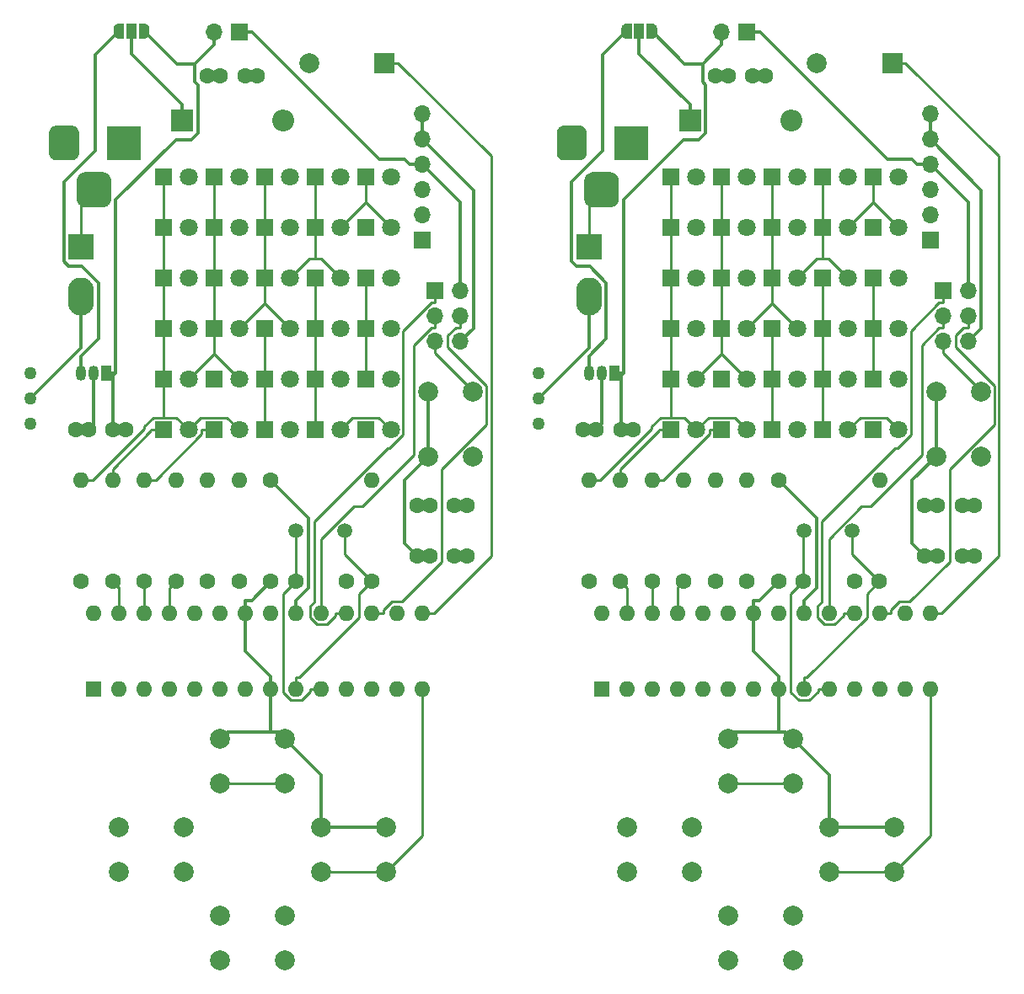
<source format=gtl>
G04 #@! TF.GenerationSoftware,KiCad,Pcbnew,(5.1.5)-3*
G04 #@! TF.CreationDate,2020-08-24T21:46:46+02:00*
G04 #@! TF.ProjectId,Panel-Snake_game,50616e65-6c2d-4536-9e61-6b655f67616d,v3.1*
G04 #@! TF.SameCoordinates,Original*
G04 #@! TF.FileFunction,Copper,L1,Top*
G04 #@! TF.FilePolarity,Positive*
%FSLAX46Y46*%
G04 Gerber Fmt 4.6, Leading zero omitted, Abs format (unit mm)*
G04 Created by KiCad (PCBNEW (5.1.5)-3) date 2020-08-24 21:46:46*
%MOMM*%
%LPD*%
G04 APERTURE LIST*
%ADD10R,1.700000X1.700000*%
%ADD11O,1.700000X1.700000*%
%ADD12R,1.800000X1.800000*%
%ADD13C,1.800000*%
%ADD14C,2.000000*%
%ADD15C,1.600000*%
%ADD16R,1.600000X1.600000*%
%ADD17O,1.600000X1.600000*%
%ADD18R,2.200000X2.200000*%
%ADD19O,2.200000X2.200000*%
%ADD20C,0.100000*%
%ADD21R,3.500000X3.500000*%
%ADD22R,2.000000X2.000000*%
%ADD23R,1.050000X1.500000*%
%ADD24O,1.050000X1.500000*%
%ADD25R,1.000000X1.500000*%
%ADD26O,2.600000X3.819200*%
%ADD27R,2.600000X2.600000*%
%ADD28C,1.500000*%
%ADD29C,1.270000*%
%ADD30C,0.300000*%
%ADD31C,0.250000*%
G04 APERTURE END LIST*
D10*
X187910000Y-68515000D03*
D11*
X190450000Y-68515000D03*
X187910000Y-71055000D03*
X190450000Y-71055000D03*
X187910000Y-73595000D03*
X190450000Y-73595000D03*
D12*
X170765000Y-67245000D03*
D13*
X173305000Y-67245000D03*
D12*
X160605000Y-62165000D03*
D13*
X163145000Y-62165000D03*
D12*
X170765000Y-62165000D03*
D13*
X173305000Y-62165000D03*
D12*
X180925000Y-62165000D03*
D13*
X183465000Y-62165000D03*
D14*
X187220000Y-78675000D03*
X191720000Y-78675000D03*
X187220000Y-85175000D03*
X191720000Y-85175000D03*
D10*
X168225000Y-42480000D03*
D11*
X165685000Y-42480000D03*
D15*
X173900000Y-97725000D03*
X171400000Y-97725000D03*
D12*
X160605000Y-57085000D03*
D13*
X163145000Y-57085000D03*
D12*
X165685000Y-57085000D03*
D13*
X168225000Y-57085000D03*
D12*
X170765000Y-57085000D03*
D13*
X173305000Y-57085000D03*
D12*
X180925000Y-57085000D03*
D13*
X183465000Y-57085000D03*
D12*
X175845000Y-62165000D03*
D13*
X178385000Y-62165000D03*
D12*
X175845000Y-57085000D03*
D13*
X178385000Y-57085000D03*
D12*
X175845000Y-67245000D03*
D13*
X178385000Y-67245000D03*
D12*
X180925000Y-67245000D03*
D13*
X183465000Y-67245000D03*
D12*
X165685000Y-62165000D03*
D13*
X168225000Y-62165000D03*
D16*
X153620000Y-108520000D03*
D17*
X186640000Y-100900000D03*
X156160000Y-108520000D03*
X184100000Y-100900000D03*
X158700000Y-108520000D03*
X181560000Y-100900000D03*
X161240000Y-108520000D03*
X179020000Y-100900000D03*
X163780000Y-108520000D03*
X176480000Y-100900000D03*
X166320000Y-108520000D03*
X173940000Y-100900000D03*
X168860000Y-108520000D03*
X171400000Y-100900000D03*
X171400000Y-108520000D03*
X168860000Y-100900000D03*
X173940000Y-108520000D03*
X166320000Y-100900000D03*
X176480000Y-108520000D03*
X163780000Y-100900000D03*
X179020000Y-108520000D03*
X161240000Y-100900000D03*
X181560000Y-108520000D03*
X158700000Y-100900000D03*
X184100000Y-108520000D03*
X156160000Y-100900000D03*
X186640000Y-108520000D03*
X153620000Y-100900000D03*
D15*
X189835000Y-90105000D03*
X187335000Y-90105000D03*
X191085000Y-90105000D03*
X186085000Y-90105000D03*
D14*
X156160000Y-122435000D03*
X156160000Y-126935000D03*
X162660000Y-122435000D03*
X162660000Y-126935000D03*
X166320000Y-131325000D03*
X166320000Y-135825000D03*
X172820000Y-131325000D03*
X172820000Y-135825000D03*
X166320000Y-113545000D03*
X166320000Y-118045000D03*
X172820000Y-113545000D03*
X172820000Y-118045000D03*
D18*
X162510000Y-51370000D03*
D19*
X172670000Y-51370000D03*
D15*
X165050000Y-97725000D03*
D17*
X165050000Y-87565000D03*
D15*
X161875000Y-97725000D03*
D17*
X161875000Y-87565000D03*
D15*
X189835000Y-95185000D03*
X187335000Y-95185000D03*
X191085000Y-95185000D03*
X186085000Y-95185000D03*
X152350000Y-97725000D03*
D17*
X152350000Y-87565000D03*
D15*
X155545000Y-82485000D03*
X153045000Y-82485000D03*
X156795000Y-82485000D03*
X151795000Y-82485000D03*
X155525000Y-97725000D03*
D17*
X155525000Y-87565000D03*
D15*
X166300000Y-46925000D03*
X168800000Y-46925000D03*
X165050000Y-46925000D03*
X170050000Y-46925000D03*
X171400000Y-87565000D03*
D17*
X181560000Y-87565000D03*
D15*
X158700000Y-97725000D03*
D17*
X158700000Y-87565000D03*
D15*
X168225000Y-97725000D03*
D17*
X168225000Y-87565000D03*
D11*
X186640000Y-50735000D03*
X186640000Y-53275000D03*
X186640000Y-55815000D03*
X186640000Y-58355000D03*
X186640000Y-60895000D03*
D10*
X186640000Y-63435000D03*
G04 #@! TA.AperFunction,ComponentPad*
D20*
G36*
X154580765Y-56609213D02*
G01*
X154665704Y-56621813D01*
X154748999Y-56642677D01*
X154829848Y-56671605D01*
X154907472Y-56708319D01*
X154981124Y-56752464D01*
X155050094Y-56803616D01*
X155113718Y-56861282D01*
X155171384Y-56924906D01*
X155222536Y-56993876D01*
X155266681Y-57067528D01*
X155303395Y-57145152D01*
X155332323Y-57226001D01*
X155353187Y-57309296D01*
X155365787Y-57394235D01*
X155370000Y-57480000D01*
X155370000Y-59230000D01*
X155365787Y-59315765D01*
X155353187Y-59400704D01*
X155332323Y-59483999D01*
X155303395Y-59564848D01*
X155266681Y-59642472D01*
X155222536Y-59716124D01*
X155171384Y-59785094D01*
X155113718Y-59848718D01*
X155050094Y-59906384D01*
X154981124Y-59957536D01*
X154907472Y-60001681D01*
X154829848Y-60038395D01*
X154748999Y-60067323D01*
X154665704Y-60088187D01*
X154580765Y-60100787D01*
X154495000Y-60105000D01*
X152745000Y-60105000D01*
X152659235Y-60100787D01*
X152574296Y-60088187D01*
X152491001Y-60067323D01*
X152410152Y-60038395D01*
X152332528Y-60001681D01*
X152258876Y-59957536D01*
X152189906Y-59906384D01*
X152126282Y-59848718D01*
X152068616Y-59785094D01*
X152017464Y-59716124D01*
X151973319Y-59642472D01*
X151936605Y-59564848D01*
X151907677Y-59483999D01*
X151886813Y-59400704D01*
X151874213Y-59315765D01*
X151870000Y-59230000D01*
X151870000Y-57480000D01*
X151874213Y-57394235D01*
X151886813Y-57309296D01*
X151907677Y-57226001D01*
X151936605Y-57145152D01*
X151973319Y-57067528D01*
X152017464Y-56993876D01*
X152068616Y-56924906D01*
X152126282Y-56861282D01*
X152189906Y-56803616D01*
X152258876Y-56752464D01*
X152332528Y-56708319D01*
X152410152Y-56671605D01*
X152491001Y-56642677D01*
X152574296Y-56621813D01*
X152659235Y-56609213D01*
X152745000Y-56605000D01*
X154495000Y-56605000D01*
X154580765Y-56609213D01*
G37*
G04 #@! TD.AperFunction*
G04 #@! TA.AperFunction,ComponentPad*
G36*
X151443513Y-51908611D02*
G01*
X151516318Y-51919411D01*
X151587714Y-51937295D01*
X151657013Y-51962090D01*
X151723548Y-51993559D01*
X151786678Y-52031398D01*
X151845795Y-52075242D01*
X151900330Y-52124670D01*
X151949758Y-52179205D01*
X151993602Y-52238322D01*
X152031441Y-52301452D01*
X152062910Y-52367987D01*
X152087705Y-52437286D01*
X152105589Y-52508682D01*
X152116389Y-52581487D01*
X152120000Y-52655000D01*
X152120000Y-54655000D01*
X152116389Y-54728513D01*
X152105589Y-54801318D01*
X152087705Y-54872714D01*
X152062910Y-54942013D01*
X152031441Y-55008548D01*
X151993602Y-55071678D01*
X151949758Y-55130795D01*
X151900330Y-55185330D01*
X151845795Y-55234758D01*
X151786678Y-55278602D01*
X151723548Y-55316441D01*
X151657013Y-55347910D01*
X151587714Y-55372705D01*
X151516318Y-55390589D01*
X151443513Y-55401389D01*
X151370000Y-55405000D01*
X149870000Y-55405000D01*
X149796487Y-55401389D01*
X149723682Y-55390589D01*
X149652286Y-55372705D01*
X149582987Y-55347910D01*
X149516452Y-55316441D01*
X149453322Y-55278602D01*
X149394205Y-55234758D01*
X149339670Y-55185330D01*
X149290242Y-55130795D01*
X149246398Y-55071678D01*
X149208559Y-55008548D01*
X149177090Y-54942013D01*
X149152295Y-54872714D01*
X149134411Y-54801318D01*
X149123611Y-54728513D01*
X149120000Y-54655000D01*
X149120000Y-52655000D01*
X149123611Y-52581487D01*
X149134411Y-52508682D01*
X149152295Y-52437286D01*
X149177090Y-52367987D01*
X149208559Y-52301452D01*
X149246398Y-52238322D01*
X149290242Y-52179205D01*
X149339670Y-52124670D01*
X149394205Y-52075242D01*
X149453322Y-52031398D01*
X149516452Y-51993559D01*
X149582987Y-51962090D01*
X149652286Y-51937295D01*
X149723682Y-51919411D01*
X149796487Y-51908611D01*
X149870000Y-51905000D01*
X151370000Y-51905000D01*
X151443513Y-51908611D01*
G37*
G04 #@! TD.AperFunction*
D21*
X156620000Y-53655000D03*
D22*
X182830000Y-45655000D03*
D14*
X175230000Y-45655000D03*
D23*
X154890000Y-76770000D03*
D24*
X152350000Y-76770000D03*
X153620000Y-76770000D03*
G04 #@! TA.AperFunction,SMDPad,CuDef*
D20*
G36*
X158150000Y-41675000D02*
G01*
X158700000Y-41675000D01*
X158700000Y-41675602D01*
X158724534Y-41675602D01*
X158773365Y-41680412D01*
X158821490Y-41689984D01*
X158868445Y-41704228D01*
X158913778Y-41723005D01*
X158957051Y-41746136D01*
X158997850Y-41773396D01*
X159035779Y-41804524D01*
X159070476Y-41839221D01*
X159101604Y-41877150D01*
X159128864Y-41917949D01*
X159151995Y-41961222D01*
X159170772Y-42006555D01*
X159185016Y-42053510D01*
X159194588Y-42101635D01*
X159199398Y-42150466D01*
X159199398Y-42175000D01*
X159200000Y-42175000D01*
X159200000Y-42675000D01*
X159199398Y-42675000D01*
X159199398Y-42699534D01*
X159194588Y-42748365D01*
X159185016Y-42796490D01*
X159170772Y-42843445D01*
X159151995Y-42888778D01*
X159128864Y-42932051D01*
X159101604Y-42972850D01*
X159070476Y-43010779D01*
X159035779Y-43045476D01*
X158997850Y-43076604D01*
X158957051Y-43103864D01*
X158913778Y-43126995D01*
X158868445Y-43145772D01*
X158821490Y-43160016D01*
X158773365Y-43169588D01*
X158724534Y-43174398D01*
X158700000Y-43174398D01*
X158700000Y-43175000D01*
X158150000Y-43175000D01*
X158150000Y-41675000D01*
G37*
G04 #@! TD.AperFunction*
G04 #@! TA.AperFunction,SMDPad,CuDef*
G36*
X156100000Y-43174398D02*
G01*
X156075466Y-43174398D01*
X156026635Y-43169588D01*
X155978510Y-43160016D01*
X155931555Y-43145772D01*
X155886222Y-43126995D01*
X155842949Y-43103864D01*
X155802150Y-43076604D01*
X155764221Y-43045476D01*
X155729524Y-43010779D01*
X155698396Y-42972850D01*
X155671136Y-42932051D01*
X155648005Y-42888778D01*
X155629228Y-42843445D01*
X155614984Y-42796490D01*
X155605412Y-42748365D01*
X155600602Y-42699534D01*
X155600602Y-42675000D01*
X155600000Y-42675000D01*
X155600000Y-42175000D01*
X155600602Y-42175000D01*
X155600602Y-42150466D01*
X155605412Y-42101635D01*
X155614984Y-42053510D01*
X155629228Y-42006555D01*
X155648005Y-41961222D01*
X155671136Y-41917949D01*
X155698396Y-41877150D01*
X155729524Y-41839221D01*
X155764221Y-41804524D01*
X155802150Y-41773396D01*
X155842949Y-41746136D01*
X155886222Y-41723005D01*
X155931555Y-41704228D01*
X155978510Y-41689984D01*
X156026635Y-41680412D01*
X156075466Y-41675602D01*
X156100000Y-41675602D01*
X156100000Y-41675000D01*
X156650000Y-41675000D01*
X156650000Y-43175000D01*
X156100000Y-43175000D01*
X156100000Y-43174398D01*
G37*
G04 #@! TD.AperFunction*
D25*
X157400000Y-42425000D03*
D26*
X152350000Y-69070000D03*
D27*
X152350000Y-64070000D03*
D28*
X178820000Y-92645000D03*
X173940000Y-92645000D03*
D29*
X147270000Y-79310000D03*
X147270000Y-81850000D03*
X147270000Y-76770000D03*
D15*
X181520000Y-97725000D03*
X179020000Y-97725000D03*
D12*
X175845000Y-72325000D03*
D13*
X178385000Y-72325000D03*
D12*
X165685000Y-72325000D03*
D13*
X168225000Y-72325000D03*
D14*
X176480000Y-122435000D03*
X176480000Y-126935000D03*
X182980000Y-122435000D03*
X182980000Y-126935000D03*
D12*
X160605000Y-82485000D03*
D13*
X163145000Y-82485000D03*
D12*
X170765000Y-77405000D03*
D13*
X173305000Y-77405000D03*
D12*
X160605000Y-77405000D03*
D13*
X163145000Y-77405000D03*
D12*
X160605000Y-67245000D03*
D13*
X163145000Y-67245000D03*
D12*
X165685000Y-67245000D03*
D13*
X168225000Y-67245000D03*
D12*
X180925000Y-72325000D03*
D13*
X183465000Y-72325000D03*
D12*
X175845000Y-82485000D03*
D13*
X178385000Y-82485000D03*
D12*
X170765000Y-82485000D03*
D13*
X173305000Y-82485000D03*
D12*
X165685000Y-77405000D03*
D13*
X168225000Y-77405000D03*
D12*
X180925000Y-77405000D03*
D13*
X183465000Y-77405000D03*
D12*
X160605000Y-72325000D03*
D13*
X163145000Y-72325000D03*
D12*
X170765000Y-72325000D03*
D13*
X173305000Y-72325000D03*
D12*
X165685000Y-82485000D03*
D13*
X168225000Y-82485000D03*
D12*
X175845000Y-77405000D03*
D13*
X178385000Y-77405000D03*
D12*
X180925000Y-82485000D03*
D13*
X183465000Y-82485000D03*
D24*
X102620000Y-76770000D03*
X101350000Y-76770000D03*
D23*
X103890000Y-76770000D03*
D29*
X96270000Y-76770000D03*
X96270000Y-81850000D03*
X96270000Y-79310000D03*
D27*
X101350000Y-64070000D03*
D26*
X101350000Y-69070000D03*
D21*
X105620000Y-53655000D03*
G04 #@! TA.AperFunction,ComponentPad*
D20*
G36*
X100443513Y-51908611D02*
G01*
X100516318Y-51919411D01*
X100587714Y-51937295D01*
X100657013Y-51962090D01*
X100723548Y-51993559D01*
X100786678Y-52031398D01*
X100845795Y-52075242D01*
X100900330Y-52124670D01*
X100949758Y-52179205D01*
X100993602Y-52238322D01*
X101031441Y-52301452D01*
X101062910Y-52367987D01*
X101087705Y-52437286D01*
X101105589Y-52508682D01*
X101116389Y-52581487D01*
X101120000Y-52655000D01*
X101120000Y-54655000D01*
X101116389Y-54728513D01*
X101105589Y-54801318D01*
X101087705Y-54872714D01*
X101062910Y-54942013D01*
X101031441Y-55008548D01*
X100993602Y-55071678D01*
X100949758Y-55130795D01*
X100900330Y-55185330D01*
X100845795Y-55234758D01*
X100786678Y-55278602D01*
X100723548Y-55316441D01*
X100657013Y-55347910D01*
X100587714Y-55372705D01*
X100516318Y-55390589D01*
X100443513Y-55401389D01*
X100370000Y-55405000D01*
X98870000Y-55405000D01*
X98796487Y-55401389D01*
X98723682Y-55390589D01*
X98652286Y-55372705D01*
X98582987Y-55347910D01*
X98516452Y-55316441D01*
X98453322Y-55278602D01*
X98394205Y-55234758D01*
X98339670Y-55185330D01*
X98290242Y-55130795D01*
X98246398Y-55071678D01*
X98208559Y-55008548D01*
X98177090Y-54942013D01*
X98152295Y-54872714D01*
X98134411Y-54801318D01*
X98123611Y-54728513D01*
X98120000Y-54655000D01*
X98120000Y-52655000D01*
X98123611Y-52581487D01*
X98134411Y-52508682D01*
X98152295Y-52437286D01*
X98177090Y-52367987D01*
X98208559Y-52301452D01*
X98246398Y-52238322D01*
X98290242Y-52179205D01*
X98339670Y-52124670D01*
X98394205Y-52075242D01*
X98453322Y-52031398D01*
X98516452Y-51993559D01*
X98582987Y-51962090D01*
X98652286Y-51937295D01*
X98723682Y-51919411D01*
X98796487Y-51908611D01*
X98870000Y-51905000D01*
X100370000Y-51905000D01*
X100443513Y-51908611D01*
G37*
G04 #@! TD.AperFunction*
G04 #@! TA.AperFunction,ComponentPad*
G36*
X103580765Y-56609213D02*
G01*
X103665704Y-56621813D01*
X103748999Y-56642677D01*
X103829848Y-56671605D01*
X103907472Y-56708319D01*
X103981124Y-56752464D01*
X104050094Y-56803616D01*
X104113718Y-56861282D01*
X104171384Y-56924906D01*
X104222536Y-56993876D01*
X104266681Y-57067528D01*
X104303395Y-57145152D01*
X104332323Y-57226001D01*
X104353187Y-57309296D01*
X104365787Y-57394235D01*
X104370000Y-57480000D01*
X104370000Y-59230000D01*
X104365787Y-59315765D01*
X104353187Y-59400704D01*
X104332323Y-59483999D01*
X104303395Y-59564848D01*
X104266681Y-59642472D01*
X104222536Y-59716124D01*
X104171384Y-59785094D01*
X104113718Y-59848718D01*
X104050094Y-59906384D01*
X103981124Y-59957536D01*
X103907472Y-60001681D01*
X103829848Y-60038395D01*
X103748999Y-60067323D01*
X103665704Y-60088187D01*
X103580765Y-60100787D01*
X103495000Y-60105000D01*
X101745000Y-60105000D01*
X101659235Y-60100787D01*
X101574296Y-60088187D01*
X101491001Y-60067323D01*
X101410152Y-60038395D01*
X101332528Y-60001681D01*
X101258876Y-59957536D01*
X101189906Y-59906384D01*
X101126282Y-59848718D01*
X101068616Y-59785094D01*
X101017464Y-59716124D01*
X100973319Y-59642472D01*
X100936605Y-59564848D01*
X100907677Y-59483999D01*
X100886813Y-59400704D01*
X100874213Y-59315765D01*
X100870000Y-59230000D01*
X100870000Y-57480000D01*
X100874213Y-57394235D01*
X100886813Y-57309296D01*
X100907677Y-57226001D01*
X100936605Y-57145152D01*
X100973319Y-57067528D01*
X101017464Y-56993876D01*
X101068616Y-56924906D01*
X101126282Y-56861282D01*
X101189906Y-56803616D01*
X101258876Y-56752464D01*
X101332528Y-56708319D01*
X101410152Y-56671605D01*
X101491001Y-56642677D01*
X101574296Y-56621813D01*
X101659235Y-56609213D01*
X101745000Y-56605000D01*
X103495000Y-56605000D01*
X103580765Y-56609213D01*
G37*
G04 #@! TD.AperFunction*
D25*
X106400000Y-42425000D03*
G04 #@! TA.AperFunction,SMDPad,CuDef*
D20*
G36*
X105100000Y-43174398D02*
G01*
X105075466Y-43174398D01*
X105026635Y-43169588D01*
X104978510Y-43160016D01*
X104931555Y-43145772D01*
X104886222Y-43126995D01*
X104842949Y-43103864D01*
X104802150Y-43076604D01*
X104764221Y-43045476D01*
X104729524Y-43010779D01*
X104698396Y-42972850D01*
X104671136Y-42932051D01*
X104648005Y-42888778D01*
X104629228Y-42843445D01*
X104614984Y-42796490D01*
X104605412Y-42748365D01*
X104600602Y-42699534D01*
X104600602Y-42675000D01*
X104600000Y-42675000D01*
X104600000Y-42175000D01*
X104600602Y-42175000D01*
X104600602Y-42150466D01*
X104605412Y-42101635D01*
X104614984Y-42053510D01*
X104629228Y-42006555D01*
X104648005Y-41961222D01*
X104671136Y-41917949D01*
X104698396Y-41877150D01*
X104729524Y-41839221D01*
X104764221Y-41804524D01*
X104802150Y-41773396D01*
X104842949Y-41746136D01*
X104886222Y-41723005D01*
X104931555Y-41704228D01*
X104978510Y-41689984D01*
X105026635Y-41680412D01*
X105075466Y-41675602D01*
X105100000Y-41675602D01*
X105100000Y-41675000D01*
X105650000Y-41675000D01*
X105650000Y-43175000D01*
X105100000Y-43175000D01*
X105100000Y-43174398D01*
G37*
G04 #@! TD.AperFunction*
G04 #@! TA.AperFunction,SMDPad,CuDef*
G36*
X107150000Y-41675000D02*
G01*
X107700000Y-41675000D01*
X107700000Y-41675602D01*
X107724534Y-41675602D01*
X107773365Y-41680412D01*
X107821490Y-41689984D01*
X107868445Y-41704228D01*
X107913778Y-41723005D01*
X107957051Y-41746136D01*
X107997850Y-41773396D01*
X108035779Y-41804524D01*
X108070476Y-41839221D01*
X108101604Y-41877150D01*
X108128864Y-41917949D01*
X108151995Y-41961222D01*
X108170772Y-42006555D01*
X108185016Y-42053510D01*
X108194588Y-42101635D01*
X108199398Y-42150466D01*
X108199398Y-42175000D01*
X108200000Y-42175000D01*
X108200000Y-42675000D01*
X108199398Y-42675000D01*
X108199398Y-42699534D01*
X108194588Y-42748365D01*
X108185016Y-42796490D01*
X108170772Y-42843445D01*
X108151995Y-42888778D01*
X108128864Y-42932051D01*
X108101604Y-42972850D01*
X108070476Y-43010779D01*
X108035779Y-43045476D01*
X107997850Y-43076604D01*
X107957051Y-43103864D01*
X107913778Y-43126995D01*
X107868445Y-43145772D01*
X107821490Y-43160016D01*
X107773365Y-43169588D01*
X107724534Y-43174398D01*
X107700000Y-43174398D01*
X107700000Y-43175000D01*
X107150000Y-43175000D01*
X107150000Y-41675000D01*
G37*
G04 #@! TD.AperFunction*
D28*
X122940000Y-92645000D03*
X127820000Y-92645000D03*
D14*
X124230000Y-45655000D03*
D22*
X131830000Y-45655000D03*
D15*
X128020000Y-97725000D03*
X130520000Y-97725000D03*
X120400000Y-97725000D03*
X122900000Y-97725000D03*
D11*
X139450000Y-73595000D03*
X136910000Y-73595000D03*
X139450000Y-71055000D03*
X136910000Y-71055000D03*
X139450000Y-68515000D03*
D10*
X136910000Y-68515000D03*
D11*
X114685000Y-42480000D03*
D10*
X117225000Y-42480000D03*
D14*
X140720000Y-85175000D03*
X136220000Y-85175000D03*
X140720000Y-78675000D03*
X136220000Y-78675000D03*
D17*
X102620000Y-100900000D03*
X135640000Y-108520000D03*
X105160000Y-100900000D03*
X133100000Y-108520000D03*
X107700000Y-100900000D03*
X130560000Y-108520000D03*
X110240000Y-100900000D03*
X128020000Y-108520000D03*
X112780000Y-100900000D03*
X125480000Y-108520000D03*
X115320000Y-100900000D03*
X122940000Y-108520000D03*
X117860000Y-100900000D03*
X120400000Y-108520000D03*
X120400000Y-100900000D03*
X117860000Y-108520000D03*
X122940000Y-100900000D03*
X115320000Y-108520000D03*
X125480000Y-100900000D03*
X112780000Y-108520000D03*
X128020000Y-100900000D03*
X110240000Y-108520000D03*
X130560000Y-100900000D03*
X107700000Y-108520000D03*
X133100000Y-100900000D03*
X105160000Y-108520000D03*
X135640000Y-100900000D03*
D16*
X102620000Y-108520000D03*
D13*
X132465000Y-57085000D03*
D12*
X129925000Y-57085000D03*
D13*
X127385000Y-57085000D03*
D12*
X124845000Y-57085000D03*
D13*
X122305000Y-57085000D03*
D12*
X119765000Y-57085000D03*
D13*
X117225000Y-57085000D03*
D12*
X114685000Y-57085000D03*
D13*
X112145000Y-57085000D03*
D12*
X109605000Y-57085000D03*
D13*
X132465000Y-62165000D03*
D12*
X129925000Y-62165000D03*
D13*
X127385000Y-62165000D03*
D12*
X124845000Y-62165000D03*
D13*
X122305000Y-62165000D03*
D12*
X119765000Y-62165000D03*
D13*
X117225000Y-62165000D03*
D12*
X114685000Y-62165000D03*
D13*
X112145000Y-62165000D03*
D12*
X109605000Y-62165000D03*
D13*
X132465000Y-67245000D03*
D12*
X129925000Y-67245000D03*
D13*
X127385000Y-67245000D03*
D12*
X124845000Y-67245000D03*
D13*
X122305000Y-67245000D03*
D12*
X119765000Y-67245000D03*
D13*
X117225000Y-67245000D03*
D12*
X114685000Y-67245000D03*
D13*
X112145000Y-67245000D03*
D12*
X109605000Y-67245000D03*
D13*
X132465000Y-72325000D03*
D12*
X129925000Y-72325000D03*
D13*
X127385000Y-72325000D03*
D12*
X124845000Y-72325000D03*
D13*
X122305000Y-72325000D03*
D12*
X119765000Y-72325000D03*
D13*
X117225000Y-72325000D03*
D12*
X114685000Y-72325000D03*
D13*
X112145000Y-72325000D03*
D12*
X109605000Y-72325000D03*
D13*
X132465000Y-77405000D03*
D12*
X129925000Y-77405000D03*
D13*
X127385000Y-77405000D03*
D12*
X124845000Y-77405000D03*
D13*
X122305000Y-77405000D03*
D12*
X119765000Y-77405000D03*
D13*
X117225000Y-77405000D03*
D12*
X114685000Y-77405000D03*
D13*
X112145000Y-77405000D03*
D12*
X109605000Y-77405000D03*
D13*
X132465000Y-82485000D03*
D12*
X129925000Y-82485000D03*
D13*
X127385000Y-82485000D03*
D12*
X124845000Y-82485000D03*
D13*
X122305000Y-82485000D03*
D12*
X119765000Y-82485000D03*
D13*
X117225000Y-82485000D03*
D12*
X114685000Y-82485000D03*
D13*
X112145000Y-82485000D03*
D12*
X109605000Y-82485000D03*
D14*
X131980000Y-126935000D03*
X131980000Y-122435000D03*
X125480000Y-126935000D03*
X125480000Y-122435000D03*
X121820000Y-118045000D03*
X121820000Y-113545000D03*
X115320000Y-118045000D03*
X115320000Y-113545000D03*
X121820000Y-135825000D03*
X121820000Y-131325000D03*
X115320000Y-135825000D03*
X115320000Y-131325000D03*
X111660000Y-126935000D03*
X111660000Y-122435000D03*
X105160000Y-126935000D03*
X105160000Y-122435000D03*
D15*
X135085000Y-90105000D03*
X140085000Y-90105000D03*
X136335000Y-90105000D03*
X138835000Y-90105000D03*
X135085000Y-95185000D03*
X140085000Y-95185000D03*
X136335000Y-95185000D03*
X138835000Y-95185000D03*
D10*
X135640000Y-63435000D03*
D11*
X135640000Y-60895000D03*
X135640000Y-58355000D03*
X135640000Y-55815000D03*
X135640000Y-53275000D03*
X135640000Y-50735000D03*
D17*
X117225000Y-87565000D03*
D15*
X117225000Y-97725000D03*
D17*
X114050000Y-87565000D03*
D15*
X114050000Y-97725000D03*
D17*
X110875000Y-87565000D03*
D15*
X110875000Y-97725000D03*
D17*
X107700000Y-87565000D03*
D15*
X107700000Y-97725000D03*
D17*
X104525000Y-87565000D03*
D15*
X104525000Y-97725000D03*
D17*
X101350000Y-87565000D03*
D15*
X101350000Y-97725000D03*
D17*
X130560000Y-87565000D03*
D15*
X120400000Y-87565000D03*
X119050000Y-46925000D03*
X114050000Y-46925000D03*
X117800000Y-46925000D03*
X115300000Y-46925000D03*
X100795000Y-82485000D03*
X105795000Y-82485000D03*
X102045000Y-82485000D03*
X104545000Y-82485000D03*
D19*
X121670000Y-51370000D03*
D18*
X111510000Y-51370000D03*
D30*
X117860000Y-100900000D02*
X117860000Y-99649500D01*
X120400000Y-97725000D02*
X118475500Y-99649500D01*
X118475500Y-99649500D02*
X117860000Y-99649500D01*
X102620000Y-76770000D02*
X102620000Y-81910000D01*
X102620000Y-81910000D02*
X102045000Y-82485000D01*
X136220000Y-85175000D02*
X133830800Y-87564200D01*
X133830800Y-87564200D02*
X133830800Y-93930800D01*
X133830800Y-93930800D02*
X135085000Y-95185000D01*
X136220000Y-78675000D02*
X136220000Y-85175000D01*
X120400000Y-112835000D02*
X116030000Y-112835000D01*
X116030000Y-112835000D02*
X115320000Y-113545000D01*
X121820000Y-113545000D02*
X121110000Y-112835000D01*
X121110000Y-112835000D02*
X120400000Y-112835000D01*
X120400000Y-112835000D02*
X120400000Y-108520000D01*
X135640000Y-53275000D02*
X140762800Y-58397800D01*
X140762800Y-58397800D02*
X140762800Y-72282200D01*
X140762800Y-72282200D02*
X139450000Y-73595000D01*
X135640000Y-50735000D02*
X135640000Y-53275000D01*
X125480000Y-122435000D02*
X125480000Y-117205000D01*
X125480000Y-117205000D02*
X121820000Y-113545000D01*
X131980000Y-122435000D02*
X125480000Y-122435000D01*
X120400000Y-108520000D02*
X120400000Y-107269500D01*
X120400000Y-107269500D02*
X117860000Y-104729500D01*
X117860000Y-104729500D02*
X117860000Y-100900000D01*
X191762800Y-72282200D02*
X190450000Y-73595000D01*
X171400000Y-107269500D02*
X168860000Y-104729500D01*
X168860000Y-104729500D02*
X168860000Y-100900000D01*
X176480000Y-122435000D02*
X176480000Y-117205000D01*
X191762800Y-58397800D02*
X191762800Y-72282200D01*
X172820000Y-113545000D02*
X172110000Y-112835000D01*
X186640000Y-50735000D02*
X186640000Y-53275000D01*
X182980000Y-122435000D02*
X176480000Y-122435000D01*
X167030000Y-112835000D02*
X166320000Y-113545000D01*
X172110000Y-112835000D02*
X171400000Y-112835000D01*
X171400000Y-112835000D02*
X171400000Y-108520000D01*
X176480000Y-117205000D02*
X172820000Y-113545000D01*
X171400000Y-112835000D02*
X167030000Y-112835000D01*
X186640000Y-53275000D02*
X191762800Y-58397800D01*
X171400000Y-108520000D02*
X171400000Y-107269500D01*
X153620000Y-81910000D02*
X153045000Y-82485000D01*
X168860000Y-100900000D02*
X168860000Y-99649500D01*
X184830800Y-93930800D02*
X186085000Y-95185000D01*
X153620000Y-76770000D02*
X153620000Y-81910000D01*
X171400000Y-97725000D02*
X169475500Y-99649500D01*
X187220000Y-85175000D02*
X184830800Y-87564200D01*
X169475500Y-99649500D02*
X168860000Y-99649500D01*
X184830800Y-87564200D02*
X184830800Y-93930800D01*
X187220000Y-78675000D02*
X187220000Y-85175000D01*
X122940000Y-100900000D02*
X122940000Y-99649500D01*
X120400000Y-87565000D02*
X124190400Y-91355400D01*
X124190400Y-91355400D02*
X124190400Y-98399100D01*
X124190400Y-98399100D02*
X122940000Y-99649500D01*
X112766100Y-45699400D02*
X114685000Y-43780500D01*
X104823900Y-76770000D02*
X104823900Y-59397900D01*
X104823900Y-59397900D02*
X110850900Y-53370900D01*
X110850900Y-53370900D02*
X112370100Y-53370900D01*
X112370100Y-53370900D02*
X113060500Y-52680500D01*
X113060500Y-52680500D02*
X113060500Y-47811500D01*
X113060500Y-47811500D02*
X112766100Y-47517100D01*
X112766100Y-47517100D02*
X112766100Y-45699400D01*
X112766100Y-45699400D02*
X110974400Y-45699400D01*
X110974400Y-45699400D02*
X107700000Y-42425000D01*
X114685000Y-42480000D02*
X114685000Y-43780500D01*
X104823700Y-76770000D02*
X104823900Y-76770000D01*
X103890000Y-76770000D02*
X104673700Y-76770000D01*
X104673700Y-76770000D02*
X104823700Y-76770000D01*
X104545000Y-82485000D02*
X104545000Y-77048900D01*
X104545000Y-77048900D02*
X104823900Y-76770000D01*
X175190400Y-91355400D02*
X175190400Y-98399100D01*
X161850900Y-53370900D02*
X163370100Y-53370900D01*
X173940000Y-100900000D02*
X173940000Y-99649500D01*
X171400000Y-87565000D02*
X175190400Y-91355400D01*
X175190400Y-98399100D02*
X173940000Y-99649500D01*
X163766100Y-45699400D02*
X165685000Y-43780500D01*
X155823900Y-76770000D02*
X155823900Y-59397900D01*
X155823900Y-59397900D02*
X161850900Y-53370900D01*
X163766100Y-47517100D02*
X163766100Y-45699400D01*
X164060500Y-52680500D02*
X164060500Y-47811500D01*
X161974400Y-45699400D02*
X158700000Y-42425000D01*
X155545000Y-82485000D02*
X155545000Y-77048900D01*
X164060500Y-47811500D02*
X163766100Y-47517100D01*
X155545000Y-77048900D02*
X155823900Y-76770000D01*
X163370100Y-53370900D02*
X164060500Y-52680500D01*
X163766100Y-45699400D02*
X161974400Y-45699400D01*
X165685000Y-42480000D02*
X165685000Y-43780500D01*
X154890000Y-76770000D02*
X155673700Y-76770000D01*
X155673700Y-76770000D02*
X155823700Y-76770000D01*
X155823700Y-76770000D02*
X155823900Y-76770000D01*
D31*
X130520000Y-97725000D02*
X127820000Y-95025000D01*
X127820000Y-95025000D02*
X127820000Y-92645000D01*
X122940000Y-107394700D02*
X123221300Y-107394700D01*
X123221300Y-107394700D02*
X129290000Y-101326000D01*
X129290000Y-101326000D02*
X129290000Y-98955000D01*
X129290000Y-98955000D02*
X130520000Y-97725000D01*
X122940000Y-108520000D02*
X122940000Y-107394700D01*
X173940000Y-107394700D02*
X174221300Y-107394700D01*
X180290000Y-98955000D02*
X181520000Y-97725000D01*
X174221300Y-107394700D02*
X180290000Y-101326000D01*
X180290000Y-101326000D02*
X180290000Y-98955000D01*
X181520000Y-97725000D02*
X178820000Y-95025000D01*
X173940000Y-108520000D02*
X173940000Y-107394700D01*
X178820000Y-95025000D02*
X178820000Y-92645000D01*
X129925000Y-72325000D02*
X129925000Y-67245000D01*
X129925000Y-77405000D02*
X129925000Y-72325000D01*
X180925000Y-72325000D02*
X180925000Y-67245000D01*
X180925000Y-77405000D02*
X180925000Y-72325000D01*
X117225000Y-82485000D02*
X115999600Y-81259600D01*
X115999600Y-81259600D02*
X113370400Y-81259600D01*
X113370400Y-81259600D02*
X112145000Y-82485000D01*
X109605000Y-81259600D02*
X110919600Y-81259600D01*
X110919600Y-81259600D02*
X112145000Y-82485000D01*
X109605000Y-81259600D02*
X109605000Y-78630300D01*
X102475300Y-87565000D02*
X107660100Y-82380200D01*
X107660100Y-82380200D02*
X107660100Y-82154800D01*
X107660100Y-82154800D02*
X108555300Y-81259600D01*
X108555300Y-81259600D02*
X109605000Y-81259600D01*
X109605000Y-77405000D02*
X109605000Y-78630300D01*
X101350000Y-87565000D02*
X102475300Y-87565000D01*
X109605000Y-67245000D02*
X109605000Y-62165000D01*
X109605000Y-72325000D02*
X109605000Y-67245000D01*
X109605000Y-72325000D02*
X109605000Y-77405000D01*
X109605000Y-62165000D02*
X109605000Y-57085000D01*
X127385000Y-82485000D02*
X128610400Y-81259600D01*
X128610400Y-81259600D02*
X131239600Y-81259600D01*
X131239600Y-81259600D02*
X132465000Y-82485000D01*
X160605000Y-81259600D02*
X160605000Y-78630300D01*
X153475300Y-87565000D02*
X158660100Y-82380200D01*
X161919600Y-81259600D02*
X163145000Y-82485000D01*
X166999600Y-81259600D02*
X164370400Y-81259600D01*
X168225000Y-82485000D02*
X166999600Y-81259600D01*
X164370400Y-81259600D02*
X163145000Y-82485000D01*
X160605000Y-81259600D02*
X161919600Y-81259600D01*
X160605000Y-67245000D02*
X160605000Y-62165000D01*
X158660100Y-82154800D02*
X159555300Y-81259600D01*
X160605000Y-62165000D02*
X160605000Y-57085000D01*
X152350000Y-87565000D02*
X153475300Y-87565000D01*
X160605000Y-72325000D02*
X160605000Y-67245000D01*
X178385000Y-82485000D02*
X179610400Y-81259600D01*
X179610400Y-81259600D02*
X182239600Y-81259600D01*
X182239600Y-81259600D02*
X183465000Y-82485000D01*
X158660100Y-82380200D02*
X158660100Y-82154800D01*
X159555300Y-81259600D02*
X160605000Y-81259600D01*
X160605000Y-72325000D02*
X160605000Y-77405000D01*
X160605000Y-77405000D02*
X160605000Y-78630300D01*
X136910000Y-73595000D02*
X136910000Y-74770300D01*
X140720000Y-78675000D02*
X140720000Y-78580300D01*
X140720000Y-78580300D02*
X136910000Y-74770300D01*
X187910000Y-73595000D02*
X187910000Y-74770300D01*
X191720000Y-78675000D02*
X191720000Y-78580300D01*
X191720000Y-78580300D02*
X187910000Y-74770300D01*
X122900000Y-97725000D02*
X122900000Y-92685000D01*
X122900000Y-92685000D02*
X122940000Y-92645000D01*
X124354700Y-108520000D02*
X124354700Y-108801300D01*
X124354700Y-108801300D02*
X123504100Y-109651900D01*
X123504100Y-109651900D02*
X122414200Y-109651900D01*
X122414200Y-109651900D02*
X121625600Y-108863300D01*
X121625600Y-108863300D02*
X121625600Y-98999400D01*
X121625600Y-98999400D02*
X122900000Y-97725000D01*
X125480000Y-108520000D02*
X124354700Y-108520000D01*
X173414200Y-109651900D02*
X172625600Y-108863300D01*
X173900000Y-92685000D02*
X173940000Y-92645000D01*
X174504100Y-109651900D02*
X173414200Y-109651900D01*
X172625600Y-98999400D02*
X173900000Y-97725000D01*
X175354700Y-108801300D02*
X174504100Y-109651900D01*
X176480000Y-108520000D02*
X175354700Y-108520000D01*
X175354700Y-108520000D02*
X175354700Y-108801300D01*
X173900000Y-97725000D02*
X173900000Y-92685000D01*
X172625600Y-108863300D02*
X172625600Y-98999400D01*
X136910000Y-71055000D02*
X136910000Y-72230300D01*
X125480000Y-100900000D02*
X125480000Y-93457000D01*
X125480000Y-93457000D02*
X128754400Y-90182600D01*
X128754400Y-90182600D02*
X129628800Y-90182600D01*
X129628800Y-90182600D02*
X134778400Y-85033000D01*
X134778400Y-85033000D02*
X134778400Y-73994600D01*
X134778400Y-73994600D02*
X136542700Y-72230300D01*
X136542700Y-72230300D02*
X136910000Y-72230300D01*
X179754400Y-90182600D02*
X180628800Y-90182600D01*
X187542700Y-72230300D02*
X187910000Y-72230300D01*
X187910000Y-71055000D02*
X187910000Y-72230300D01*
X176480000Y-100900000D02*
X176480000Y-93457000D01*
X176480000Y-93457000D02*
X179754400Y-90182600D01*
X180628800Y-90182600D02*
X185778400Y-85033000D01*
X185778400Y-85033000D02*
X185778400Y-73994600D01*
X185778400Y-73994600D02*
X187542700Y-72230300D01*
X136910000Y-68515000D02*
X136910000Y-69690300D01*
X128020000Y-100900000D02*
X126894700Y-100900000D01*
X126894700Y-100900000D02*
X126894700Y-101181300D01*
X126894700Y-101181300D02*
X126033900Y-102042100D01*
X126033900Y-102042100D02*
X125018300Y-102042100D01*
X125018300Y-102042100D02*
X124315700Y-101339500D01*
X124315700Y-101339500D02*
X124315700Y-100224900D01*
X124315700Y-100224900D02*
X124766000Y-99774600D01*
X124766000Y-99774600D02*
X124766000Y-91729200D01*
X124766000Y-91729200D02*
X132116000Y-84379200D01*
X132116000Y-84379200D02*
X132317200Y-84379200D01*
X132317200Y-84379200D02*
X133690400Y-83006000D01*
X133690400Y-83006000D02*
X133690400Y-72542600D01*
X133690400Y-72542600D02*
X136542700Y-69690300D01*
X136542700Y-69690300D02*
X136910000Y-69690300D01*
X176018300Y-102042100D02*
X175315700Y-101339500D01*
X187910000Y-68515000D02*
X187910000Y-69690300D01*
X177894700Y-100900000D02*
X177894700Y-101181300D01*
X177033900Y-102042100D02*
X176018300Y-102042100D01*
X175315700Y-101339500D02*
X175315700Y-100224900D01*
X175315700Y-100224900D02*
X175766000Y-99774600D01*
X175766000Y-99774600D02*
X175766000Y-91729200D01*
X175766000Y-91729200D02*
X183116000Y-84379200D01*
X179020000Y-100900000D02*
X177894700Y-100900000D01*
X177894700Y-101181300D02*
X177033900Y-102042100D01*
X183317200Y-84379200D02*
X184690400Y-83006000D01*
X184690400Y-72542600D02*
X187542700Y-69690300D01*
X184690400Y-83006000D02*
X184690400Y-72542600D01*
X183116000Y-84379200D02*
X183317200Y-84379200D01*
X187542700Y-69690300D02*
X187910000Y-69690300D01*
X131980000Y-126935000D02*
X125480000Y-126935000D01*
X135640000Y-108520000D02*
X135640000Y-123275000D01*
X135640000Y-123275000D02*
X131980000Y-126935000D01*
X182980000Y-126935000D02*
X176480000Y-126935000D01*
X186640000Y-108520000D02*
X186640000Y-123275000D01*
X186640000Y-123275000D02*
X182980000Y-126935000D01*
X136765300Y-100900000D02*
X142503800Y-95161500D01*
X142503800Y-95161500D02*
X142503800Y-55003500D01*
X142503800Y-55003500D02*
X133155300Y-45655000D01*
X131830000Y-45655000D02*
X133155300Y-45655000D01*
X135640000Y-100900000D02*
X136765300Y-100900000D01*
X193503800Y-95161500D02*
X193503800Y-55003500D01*
X182830000Y-45655000D02*
X184155300Y-45655000D01*
X193503800Y-55003500D02*
X184155300Y-45655000D01*
X186640000Y-100900000D02*
X187765300Y-100900000D01*
X187765300Y-100900000D02*
X193503800Y-95161500D01*
X139450000Y-71055000D02*
X139450000Y-72230300D01*
X130560000Y-100900000D02*
X131685300Y-100900000D01*
X131685300Y-100900000D02*
X131685300Y-100618600D01*
X131685300Y-100618600D02*
X132529200Y-99774700D01*
X132529200Y-99774700D02*
X133564700Y-99774700D01*
X133564700Y-99774700D02*
X137585000Y-95754400D01*
X137585000Y-95754400D02*
X137585000Y-86435600D01*
X137585000Y-86435600D02*
X142053400Y-81967200D01*
X142053400Y-81967200D02*
X142053400Y-78082200D01*
X142053400Y-78082200D02*
X138172900Y-74201700D01*
X138172900Y-74201700D02*
X138172900Y-73020300D01*
X138172900Y-73020300D02*
X138962900Y-72230300D01*
X138962900Y-72230300D02*
X139450000Y-72230300D01*
X190450000Y-71055000D02*
X190450000Y-72230300D01*
X182685300Y-100618600D02*
X183529200Y-99774700D01*
X184564700Y-99774700D02*
X188585000Y-95754400D01*
X189962900Y-72230300D02*
X190450000Y-72230300D01*
X193053400Y-81967200D02*
X193053400Y-78082200D01*
X189172900Y-74201700D02*
X189172900Y-73020300D01*
X189172900Y-73020300D02*
X189962900Y-72230300D01*
X181560000Y-100900000D02*
X182685300Y-100900000D01*
X188585000Y-95754400D02*
X188585000Y-86435600D01*
X193053400Y-78082200D02*
X189172900Y-74201700D01*
X188585000Y-86435600D02*
X193053400Y-81967200D01*
X182685300Y-100900000D02*
X182685300Y-100618600D01*
X183529200Y-99774700D02*
X184564700Y-99774700D01*
X119765000Y-69785000D02*
X119765000Y-68470300D01*
X117225000Y-72325000D02*
X119765000Y-69785000D01*
X119765000Y-69785000D02*
X122305000Y-72325000D01*
X119765000Y-67245000D02*
X119765000Y-68470300D01*
X119765000Y-62165000D02*
X119765000Y-67245000D01*
X114685000Y-82485000D02*
X113459700Y-82485000D01*
X107700000Y-87565000D02*
X108825300Y-87565000D01*
X108825300Y-87565000D02*
X113459700Y-82930600D01*
X113459700Y-82930600D02*
X113459700Y-82485000D01*
X119765000Y-62165000D02*
X119765000Y-57085000D01*
X170765000Y-67245000D02*
X170765000Y-68470300D01*
X170765000Y-62165000D02*
X170765000Y-67245000D01*
X158700000Y-87565000D02*
X159825300Y-87565000D01*
X164459700Y-82930600D02*
X164459700Y-82485000D01*
X159825300Y-87565000D02*
X164459700Y-82930600D01*
X170765000Y-62165000D02*
X170765000Y-57085000D01*
X168225000Y-72325000D02*
X170765000Y-69785000D01*
X170765000Y-69785000D02*
X173305000Y-72325000D01*
X170765000Y-69785000D02*
X170765000Y-68470300D01*
X165685000Y-82485000D02*
X164459700Y-82485000D01*
X124845000Y-65310600D02*
X125450600Y-65310600D01*
X125450600Y-65310600D02*
X127385000Y-67245000D01*
X122305000Y-67245000D02*
X124239400Y-65310600D01*
X124239400Y-65310600D02*
X124845000Y-65310600D01*
X124845000Y-65310600D02*
X124845000Y-63390300D01*
X124845000Y-62165000D02*
X124845000Y-63390300D01*
X124845000Y-62165000D02*
X124845000Y-57085000D01*
X119765000Y-77405000D02*
X119765000Y-72325000D01*
X119765000Y-82485000D02*
X119765000Y-77405000D01*
X175845000Y-65310600D02*
X176450600Y-65310600D01*
X176450600Y-65310600D02*
X178385000Y-67245000D01*
X173305000Y-67245000D02*
X175239400Y-65310600D01*
X170765000Y-82485000D02*
X170765000Y-77405000D01*
X175845000Y-62165000D02*
X175845000Y-57085000D01*
X175845000Y-62165000D02*
X175845000Y-63390300D01*
X175845000Y-65310600D02*
X175845000Y-63390300D01*
X175239400Y-65310600D02*
X175845000Y-65310600D01*
X170765000Y-77405000D02*
X170765000Y-72325000D01*
X110875000Y-97725000D02*
X110240000Y-98360000D01*
X110240000Y-98360000D02*
X110240000Y-100900000D01*
X161240000Y-98360000D02*
X161240000Y-100900000D01*
X161875000Y-97725000D02*
X161240000Y-98360000D01*
X107700000Y-97725000D02*
X107700000Y-100900000D01*
X158700000Y-97725000D02*
X158700000Y-100900000D01*
X104525000Y-97725000D02*
X105160000Y-98360000D01*
X105160000Y-98360000D02*
X105160000Y-100900000D01*
X155525000Y-97725000D02*
X156160000Y-98360000D01*
X156160000Y-98360000D02*
X156160000Y-100900000D01*
X115320000Y-118045000D02*
X121820000Y-118045000D01*
X166320000Y-118045000D02*
X172820000Y-118045000D01*
X114685000Y-62165000D02*
X114685000Y-57085000D01*
X114685000Y-67245000D02*
X114685000Y-62165000D01*
X114685000Y-72325000D02*
X114685000Y-67245000D01*
X114685000Y-74865000D02*
X114685000Y-73550300D01*
X112145000Y-77405000D02*
X114685000Y-74865000D01*
X114685000Y-74865000D02*
X117225000Y-77405000D01*
X114685000Y-72325000D02*
X114685000Y-73550300D01*
X109605000Y-82485000D02*
X108379700Y-82485000D01*
X104525000Y-87565000D02*
X104525000Y-86439700D01*
X104525000Y-86439700D02*
X108379700Y-82585000D01*
X108379700Y-82585000D02*
X108379700Y-82485000D01*
X159379700Y-82585000D02*
X159379700Y-82485000D01*
X165685000Y-72325000D02*
X165685000Y-73550300D01*
X155525000Y-86439700D02*
X159379700Y-82585000D01*
X160605000Y-82485000D02*
X159379700Y-82485000D01*
X155525000Y-87565000D02*
X155525000Y-86439700D01*
X165685000Y-74865000D02*
X168225000Y-77405000D01*
X165685000Y-62165000D02*
X165685000Y-57085000D01*
X165685000Y-67245000D02*
X165685000Y-62165000D01*
X165685000Y-72325000D02*
X165685000Y-67245000D01*
X165685000Y-74865000D02*
X165685000Y-73550300D01*
X163145000Y-77405000D02*
X165685000Y-74865000D01*
D30*
X111510000Y-51370000D02*
X111510000Y-49819500D01*
X111510000Y-49819500D02*
X106400000Y-44709500D01*
X106400000Y-44709500D02*
X106400000Y-42425000D01*
X162510000Y-49819500D02*
X157400000Y-44709500D01*
X157400000Y-44709500D02*
X157400000Y-42425000D01*
X162510000Y-51370000D02*
X162510000Y-49819500D01*
X101350000Y-69070000D02*
X101350000Y-74230000D01*
X101350000Y-74230000D02*
X96270000Y-79310000D01*
X152350000Y-74230000D02*
X147270000Y-79310000D01*
X152350000Y-69070000D02*
X152350000Y-74230000D01*
X117225000Y-42480000D02*
X118525500Y-42480000D01*
X135640000Y-55815000D02*
X134339500Y-55815000D01*
X134339500Y-55815000D02*
X133800500Y-55276000D01*
X133800500Y-55276000D02*
X131321500Y-55276000D01*
X131321500Y-55276000D02*
X118525500Y-42480000D01*
X139450000Y-68515000D02*
X139450000Y-59625000D01*
X139450000Y-59625000D02*
X135640000Y-55815000D01*
X186640000Y-55815000D02*
X185339500Y-55815000D01*
X168225000Y-42480000D02*
X169525500Y-42480000D01*
X185339500Y-55815000D02*
X184800500Y-55276000D01*
X184800500Y-55276000D02*
X182321500Y-55276000D01*
X182321500Y-55276000D02*
X169525500Y-42480000D01*
X190450000Y-68515000D02*
X190450000Y-59625000D01*
X190450000Y-59625000D02*
X186640000Y-55815000D01*
X105100000Y-42425000D02*
X102719600Y-44805400D01*
X102719600Y-44805400D02*
X102719600Y-54462400D01*
X102719600Y-54462400D02*
X99587000Y-57595000D01*
X99587000Y-57595000D02*
X99587000Y-65571500D01*
X99587000Y-65571500D02*
X100068300Y-66052800D01*
X100068300Y-66052800D02*
X101435600Y-66052800D01*
X101435600Y-66052800D02*
X103100700Y-67717900D01*
X103100700Y-67717900D02*
X103100700Y-73328600D01*
X103100700Y-73328600D02*
X101350000Y-75079300D01*
X101350000Y-75079300D02*
X101350000Y-76770000D01*
X150587000Y-65571500D02*
X151068300Y-66052800D01*
X154100700Y-73328600D02*
X152350000Y-75079300D01*
X153719600Y-54462400D02*
X150587000Y-57595000D01*
X156100000Y-42425000D02*
X153719600Y-44805400D01*
X153719600Y-44805400D02*
X153719600Y-54462400D01*
X154100700Y-67717900D02*
X154100700Y-73328600D01*
X152350000Y-75079300D02*
X152350000Y-76770000D01*
X152435600Y-66052800D02*
X154100700Y-67717900D01*
X151068300Y-66052800D02*
X152435600Y-66052800D01*
X150587000Y-57595000D02*
X150587000Y-65571500D01*
D31*
X102620000Y-58355000D02*
X101350000Y-59625000D01*
X101350000Y-59625000D02*
X101350000Y-64070000D01*
X153620000Y-58355000D02*
X152350000Y-59625000D01*
X152350000Y-59625000D02*
X152350000Y-64070000D01*
X129925000Y-59625000D02*
X129925000Y-58310300D01*
X127385000Y-62165000D02*
X129925000Y-59625000D01*
X132465000Y-62165000D02*
X129925000Y-59625000D01*
X124845000Y-77405000D02*
X124845000Y-72325000D01*
X124845000Y-82485000D02*
X124845000Y-77405000D01*
X124845000Y-72325000D02*
X124845000Y-67245000D01*
X129925000Y-57085000D02*
X129925000Y-58310300D01*
X180925000Y-59625000D02*
X180925000Y-58310300D01*
X175845000Y-82485000D02*
X175845000Y-77405000D01*
X178385000Y-62165000D02*
X180925000Y-59625000D01*
X175845000Y-72325000D02*
X175845000Y-67245000D01*
X180925000Y-57085000D02*
X180925000Y-58310300D01*
X175845000Y-77405000D02*
X175845000Y-72325000D01*
X183465000Y-62165000D02*
X180925000Y-59625000D01*
M02*

</source>
